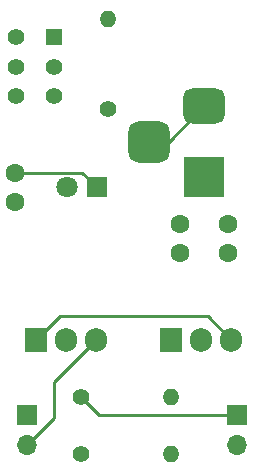
<source format=gbr>
%TF.GenerationSoftware,KiCad,Pcbnew,7.0.10*%
%TF.CreationDate,2024-02-03T20:27:23+03:00*%
%TF.ProjectId,PowerSupply,506f7765-7253-4757-9070-6c792e6b6963,1*%
%TF.SameCoordinates,Original*%
%TF.FileFunction,Copper,L2,Bot*%
%TF.FilePolarity,Positive*%
%FSLAX46Y46*%
G04 Gerber Fmt 4.6, Leading zero omitted, Abs format (unit mm)*
G04 Created by KiCad (PCBNEW 7.0.10) date 2024-02-03 20:27:23*
%MOMM*%
%LPD*%
G01*
G04 APERTURE LIST*
G04 Aperture macros list*
%AMRoundRect*
0 Rectangle with rounded corners*
0 $1 Rounding radius*
0 $2 $3 $4 $5 $6 $7 $8 $9 X,Y pos of 4 corners*
0 Add a 4 corners polygon primitive as box body*
4,1,4,$2,$3,$4,$5,$6,$7,$8,$9,$2,$3,0*
0 Add four circle primitives for the rounded corners*
1,1,$1+$1,$2,$3*
1,1,$1+$1,$4,$5*
1,1,$1+$1,$6,$7*
1,1,$1+$1,$8,$9*
0 Add four rect primitives between the rounded corners*
20,1,$1+$1,$2,$3,$4,$5,0*
20,1,$1+$1,$4,$5,$6,$7,0*
20,1,$1+$1,$6,$7,$8,$9,0*
20,1,$1+$1,$8,$9,$2,$3,0*%
G04 Aperture macros list end*
%TA.AperFunction,ComponentPad*%
%ADD10R,1.700000X1.700000*%
%TD*%
%TA.AperFunction,ComponentPad*%
%ADD11O,1.700000X1.700000*%
%TD*%
%TA.AperFunction,ComponentPad*%
%ADD12O,1.905000X2.000000*%
%TD*%
%TA.AperFunction,ComponentPad*%
%ADD13R,1.905000X2.000000*%
%TD*%
%TA.AperFunction,ComponentPad*%
%ADD14C,1.400000*%
%TD*%
%TA.AperFunction,ComponentPad*%
%ADD15R,1.400000X1.400000*%
%TD*%
%TA.AperFunction,ComponentPad*%
%ADD16O,1.400000X1.400000*%
%TD*%
%TA.AperFunction,ComponentPad*%
%ADD17RoundRect,0.875000X-0.875000X0.875000X-0.875000X-0.875000X0.875000X-0.875000X0.875000X0.875000X0*%
%TD*%
%TA.AperFunction,ComponentPad*%
%ADD18RoundRect,0.750000X-1.000000X0.750000X-1.000000X-0.750000X1.000000X-0.750000X1.000000X0.750000X0*%
%TD*%
%TA.AperFunction,ComponentPad*%
%ADD19R,3.500000X3.500000*%
%TD*%
%TA.AperFunction,ComponentPad*%
%ADD20R,1.800000X1.800000*%
%TD*%
%TA.AperFunction,ComponentPad*%
%ADD21C,1.800000*%
%TD*%
%TA.AperFunction,ComponentPad*%
%ADD22C,1.600000*%
%TD*%
%TA.AperFunction,Conductor*%
%ADD23C,0.250000*%
%TD*%
G04 APERTURE END LIST*
D10*
%TO.P,J3,1,Pin_1*%
%TO.N,GND*%
X170434000Y-139187000D03*
D11*
%TO.P,J3,2,Pin_2*%
%TO.N,/3.3V*%
X170434000Y-141727000D03*
%TD*%
%TO.P,J2,2,Pin_2*%
%TO.N,/5V*%
X152654000Y-141727000D03*
D10*
%TO.P,J2,1,Pin_1*%
%TO.N,GND*%
X152654000Y-139187000D03*
%TD*%
D12*
%TO.P,U2,3,VI*%
%TO.N,/12V*%
X169926000Y-132771000D03*
%TO.P,U2,2,VO*%
%TO.N,/3.3V*%
X167386000Y-132771000D03*
D13*
%TO.P,U2,1,ADJ*%
%TO.N,Net-(U2-ADJ)*%
X164846000Y-132771000D03*
%TD*%
D12*
%TO.P,U1,3,VO*%
%TO.N,/5V*%
X158496000Y-132771000D03*
%TO.P,U1,2,GND*%
%TO.N,GND*%
X155956000Y-132771000D03*
D13*
%TO.P,U1,1,VI*%
%TO.N,/12V*%
X153416000Y-132771000D03*
%TD*%
D14*
%TO.P,SW1,6*%
%TO.N,N/C*%
X151640000Y-112188000D03*
%TO.P,SW1,5*%
X151640000Y-109688000D03*
%TO.P,SW1,4*%
X151640000Y-107188000D03*
%TO.P,SW1,3,C*%
%TO.N,unconnected-(SW1A-C-Pad3)*%
X154940000Y-112188000D03*
%TO.P,SW1,2,B*%
%TO.N,Net-(SW1A-B)*%
X154940000Y-109688000D03*
D15*
%TO.P,SW1,1,A*%
%TO.N,/12V*%
X154940000Y-107188000D03*
%TD*%
D14*
%TO.P,R3,1*%
%TO.N,GND*%
X157226000Y-137668000D03*
D16*
%TO.P,R3,2*%
%TO.N,Net-(U2-ADJ)*%
X164846000Y-137668000D03*
%TD*%
D14*
%TO.P,R2,1*%
%TO.N,Net-(D1-A)*%
X159512000Y-113284000D03*
D16*
%TO.P,R2,2*%
%TO.N,/12V*%
X159512000Y-105664000D03*
%TD*%
D14*
%TO.P,R1,1*%
%TO.N,Net-(U2-ADJ)*%
X157226000Y-142494000D03*
D16*
%TO.P,R1,2*%
%TO.N,/3.3V*%
X164846000Y-142494000D03*
%TD*%
D17*
%TO.P,J1,3*%
%TO.N,GND*%
X162940000Y-116030000D03*
D18*
%TO.P,J1,2*%
X167640000Y-113030000D03*
D19*
%TO.P,J1,1*%
%TO.N,Net-(SW1A-B)*%
X167640000Y-119030000D03*
%TD*%
D20*
%TO.P,D1,1,K*%
%TO.N,GND*%
X158501000Y-119888000D03*
D21*
%TO.P,D1,2,A*%
%TO.N,Net-(D1-A)*%
X155961000Y-119888000D03*
%TD*%
D22*
%TO.P,C3,2*%
%TO.N,GND*%
X165608000Y-122956000D03*
%TO.P,C3,1*%
%TO.N,/5V*%
X165608000Y-125456000D03*
%TD*%
%TO.P,C2,1*%
%TO.N,/3.3V*%
X169672000Y-125456000D03*
%TO.P,C2,2*%
%TO.N,GND*%
X169672000Y-122956000D03*
%TD*%
%TO.P,C1,1*%
%TO.N,/12V*%
X151638000Y-121138000D03*
%TO.P,C1,2*%
%TO.N,GND*%
X151638000Y-118638000D03*
%TD*%
D23*
%TO.N,/5V*%
X154940000Y-139441000D02*
X152654000Y-141727000D01*
X154940000Y-136327000D02*
X154940000Y-139441000D01*
X158496000Y-132771000D02*
X154940000Y-136327000D01*
%TO.N,GND*%
X158745000Y-139187000D02*
X157226000Y-137668000D01*
X170434000Y-139187000D02*
X158745000Y-139187000D01*
%TO.N,/5V*%
X158496000Y-132771000D02*
X158496000Y-133101000D01*
%TO.N,GND*%
X157251000Y-118638000D02*
X158501000Y-119888000D01*
X151638000Y-118638000D02*
X157251000Y-118638000D01*
%TO.N,/12V*%
X167965000Y-130810000D02*
X169926000Y-132771000D01*
X155377000Y-130810000D02*
X167965000Y-130810000D01*
X153416000Y-132771000D02*
X155377000Y-130810000D01*
%TO.N,GND*%
X164640000Y-116030000D02*
X162940000Y-116030000D01*
X167640000Y-113030000D02*
X164640000Y-116030000D01*
%TD*%
M02*

</source>
